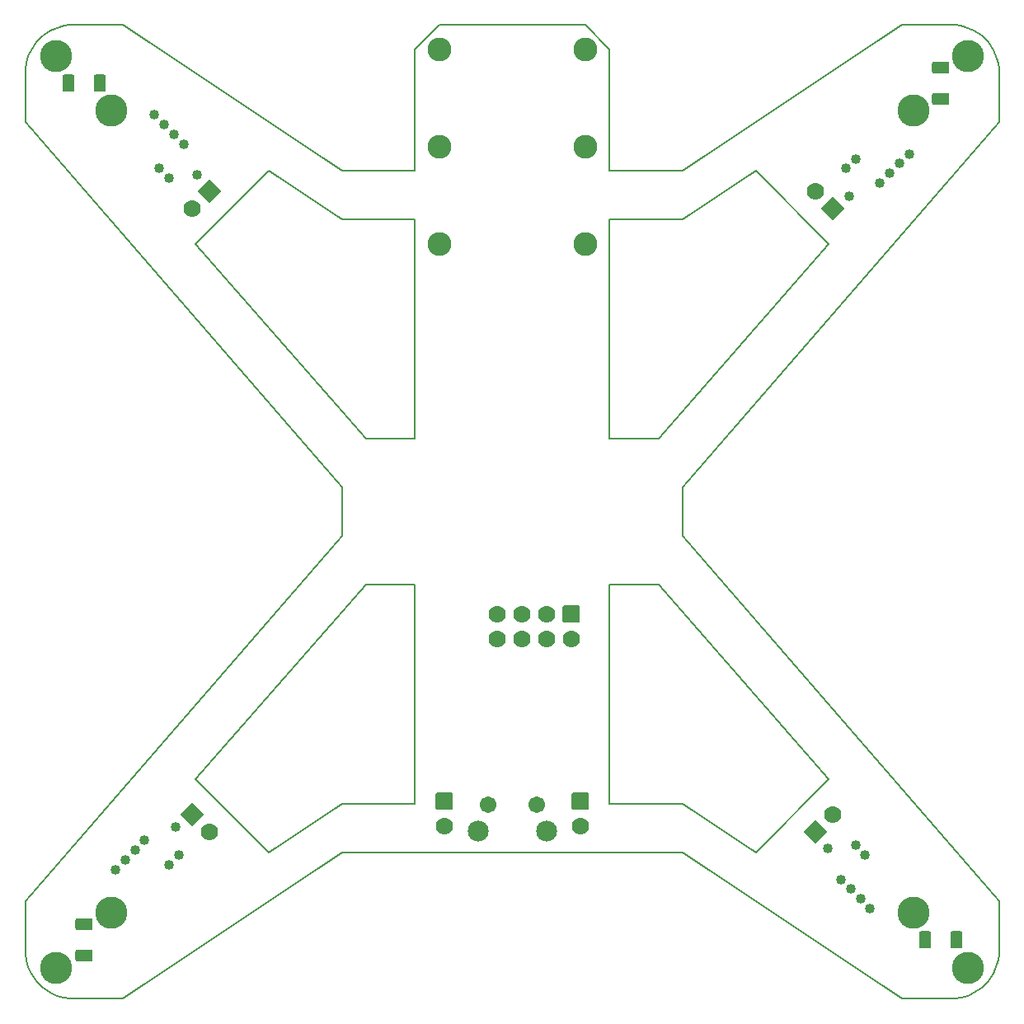
<source format=gbr>
G04 PROTEUS RS274X GERBER FILE*
%FSLAX45Y45*%
%MOMM*%
G01*
%ADD35C,1.016000*%
%ADD36C,3.302000*%
%AMPPAD051*
4,1,36,
-0.889000,0.444500,
-0.889000,-0.444500,
-0.886470,-0.470470,
-0.879200,-0.494480,
-0.867650,-0.516080,
-0.852290,-0.534790,
-0.833570,-0.550150,
-0.811980,-0.561700,
-0.787970,-0.568970,
-0.762000,-0.571500,
0.762000,-0.571500,
0.787970,-0.568970,
0.811980,-0.561700,
0.833570,-0.550150,
0.852290,-0.534790,
0.867650,-0.516080,
0.879200,-0.494480,
0.886470,-0.470470,
0.889000,-0.444500,
0.889000,0.444500,
0.886470,0.470470,
0.879200,0.494480,
0.867650,0.516080,
0.852290,0.534790,
0.833570,0.550150,
0.811980,0.561700,
0.787970,0.568970,
0.762000,0.571500,
-0.762000,0.571500,
-0.787970,0.568970,
-0.811980,0.561700,
-0.833570,0.550150,
-0.852290,0.534790,
-0.867650,0.516080,
-0.879200,0.494480,
-0.886470,0.470470,
-0.889000,0.444500,
0*%
%ADD57PPAD051*%
%AMPPAD052*
4,1,36,
-0.444500,-0.889000,
0.444500,-0.889000,
0.470470,-0.886470,
0.494480,-0.879200,
0.516080,-0.867650,
0.534790,-0.852290,
0.550150,-0.833570,
0.561700,-0.811980,
0.568970,-0.787970,
0.571500,-0.762000,
0.571500,0.762000,
0.568970,0.787970,
0.561700,0.811980,
0.550150,0.833570,
0.534790,0.852290,
0.516080,0.867650,
0.494480,0.879200,
0.470470,0.886470,
0.444500,0.889000,
-0.444500,0.889000,
-0.470470,0.886470,
-0.494480,0.879200,
-0.516080,0.867650,
-0.534790,0.852290,
-0.550150,0.833570,
-0.561700,0.811980,
-0.568970,0.787970,
-0.571500,0.762000,
-0.571500,-0.762000,
-0.568970,-0.787970,
-0.561700,-0.811980,
-0.550150,-0.833570,
-0.534790,-0.852290,
-0.516080,-0.867650,
-0.494480,-0.879200,
-0.470470,-0.886470,
-0.444500,-0.889000,
0*%
%ADD58PPAD052*%
%ADD43C,2.454000*%
%AMPPAD038*
4,1,36,
-1.167430,0.089800,
-0.089800,1.167430,
-0.069650,1.184010,
-0.047530,1.195840,
-0.024090,1.202950,
0.000000,1.205320,
0.024100,1.202940,
0.047530,1.195840,
0.069650,1.184010,
0.089800,1.167430,
1.167430,0.089800,
1.184010,0.069650,
1.195840,0.047530,
1.202940,0.024100,
1.205320,0.000000,
1.202950,-0.024090,
1.195840,-0.047530,
1.184010,-0.069650,
1.167430,-0.089800,
0.089800,-1.167430,
0.069650,-1.184010,
0.047530,-1.195840,
0.024090,-1.202950,
0.000000,-1.205320,
-0.024100,-1.202940,
-0.047530,-1.195840,
-0.069650,-1.184010,
-0.089800,-1.167430,
-1.167430,-0.089800,
-1.184010,-0.069650,
-1.195840,-0.047530,
-1.202940,-0.024100,
-1.205320,0.000000,
-1.202950,0.024090,
-1.195840,0.047530,
-1.184010,0.069650,
-1.167430,0.089800,
0*%
%ADD44PPAD038*%
%ADD45C,1.778000*%
%AMPPAD040*
4,1,36,
-0.089800,-1.167430,
-1.167430,-0.089800,
-1.184010,-0.069650,
-1.195840,-0.047530,
-1.202950,-0.024090,
-1.205320,0.000000,
-1.202940,0.024100,
-1.195840,0.047530,
-1.184010,0.069650,
-1.167430,0.089800,
-0.089800,1.167430,
-0.069650,1.184010,
-0.047530,1.195840,
-0.024100,1.202940,
0.000000,1.205320,
0.024090,1.202950,
0.047530,1.195840,
0.069650,1.184010,
0.089800,1.167430,
1.167430,0.089800,
1.184010,0.069650,
1.195840,0.047530,
1.202950,0.024090,
1.205320,0.000000,
1.202940,-0.024100,
1.195840,-0.047530,
1.184010,-0.069650,
1.167430,-0.089800,
0.089800,-1.167430,
0.069650,-1.184010,
0.047530,-1.195840,
0.024100,-1.202940,
0.000000,-1.205320,
-0.024090,-1.202950,
-0.047530,-1.195840,
-0.069650,-1.184010,
-0.089800,-1.167430,
0*%
%ADD46PPAD040*%
%ADD48C,1.704000*%
%ADD49C,2.154000*%
%AMPPAD046*
4,1,36,
-0.889000,0.762000,
-0.889000,-0.762000,
-0.886470,-0.787970,
-0.879200,-0.811980,
-0.867650,-0.833580,
-0.852290,-0.852290,
-0.833570,-0.867650,
-0.811980,-0.879200,
-0.787970,-0.886470,
-0.762000,-0.889000,
0.762000,-0.889000,
0.787970,-0.886470,
0.811980,-0.879200,
0.833570,-0.867650,
0.852290,-0.852290,
0.867650,-0.833580,
0.879200,-0.811980,
0.886470,-0.787970,
0.889000,-0.762000,
0.889000,0.762000,
0.886470,0.787970,
0.879200,0.811980,
0.867650,0.833580,
0.852290,0.852290,
0.833570,0.867650,
0.811980,0.879200,
0.787970,0.886470,
0.762000,0.889000,
-0.762000,0.889000,
-0.787970,0.886470,
-0.811980,0.879200,
-0.833570,0.867650,
-0.852290,0.852290,
-0.867650,0.833580,
-0.879200,0.811980,
-0.886470,0.787970,
-0.889000,0.762000,
0*%
%ADD52PPAD046*%
%AMPPAD050*
4,1,36,
0.889000,0.762000,
0.889000,-0.762000,
0.886470,-0.787970,
0.879200,-0.811980,
0.867650,-0.833580,
0.852290,-0.852290,
0.833570,-0.867650,
0.811980,-0.879200,
0.787970,-0.886470,
0.762000,-0.889000,
-0.762000,-0.889000,
-0.787970,-0.886470,
-0.811980,-0.879200,
-0.833570,-0.867650,
-0.852290,-0.852290,
-0.867650,-0.833580,
-0.879200,-0.811980,
-0.886470,-0.787970,
-0.889000,-0.762000,
-0.889000,0.762000,
-0.886470,0.787970,
-0.879200,0.811980,
-0.867650,0.833580,
-0.852290,0.852290,
-0.833570,0.867650,
-0.811980,0.879200,
-0.787970,0.886470,
-0.762000,0.889000,
0.762000,0.889000,
0.787970,0.886470,
0.811980,0.879200,
0.833570,0.867650,
0.852290,0.852290,
0.867650,0.833580,
0.879200,0.811980,
0.886470,0.787970,
0.889000,0.762000,
0*%
%ADD56PPAD050*%
%ADD73C,0.203200*%
D35*
X-3775434Y-3374566D03*
X-4075434Y-3674566D03*
X-3525434Y-3624566D03*
X-3425434Y-3524565D03*
X-3975434Y-3574566D03*
X-3461355Y-3238645D03*
X-3875434Y-3474566D03*
X+3374566Y-3775434D03*
X+3674566Y-4075434D03*
X+3624566Y-3525434D03*
X+3524565Y-3425434D03*
X+3574566Y-3975434D03*
X+3238645Y-3461355D03*
X+3474566Y-3875434D03*
X+3775434Y+3374566D03*
X+4075434Y+3674566D03*
X+3525434Y+3624566D03*
X+3425434Y+3524565D03*
X+3975434Y+3574566D03*
X+3461355Y+3238645D03*
X+3875434Y+3474566D03*
X-3374566Y+3775434D03*
X-3674566Y+4075434D03*
X-3624566Y+3525434D03*
X-3524565Y+3425434D03*
X-3574566Y+3975434D03*
X-3238645Y+3461355D03*
X-3474566Y+3875434D03*
D36*
X-4682843Y-4682843D03*
X-4117157Y-4117157D03*
D57*
X-4400000Y-4240000D03*
X-4400000Y-4560000D03*
D36*
X+4682843Y-4682843D03*
X+4117157Y-4117157D03*
D58*
X+4240000Y-4400000D03*
X+4560000Y-4400000D03*
D36*
X+4682843Y+4682843D03*
X+4117157Y+4117157D03*
D57*
X+4400000Y+4240000D03*
X+4400000Y+4560000D03*
D36*
X-4682843Y+4682843D03*
X-4117157Y+4117157D03*
D58*
X-4240000Y+4400000D03*
X-4560000Y+4400000D03*
D43*
X-750000Y+2750000D03*
X-750000Y+3750000D03*
X+750000Y+3750000D03*
X+750000Y+2750000D03*
X-750000Y+4750000D03*
X+750000Y+4750000D03*
D44*
X+3110197Y-3289803D03*
D45*
X+3289802Y-3110197D03*
D46*
X+3289802Y+3110197D03*
D45*
X+3110197Y+3289802D03*
D46*
X-3289802Y-3110198D03*
D45*
X-3110197Y-3289803D03*
D44*
X-3110197Y+3289803D03*
D45*
X-3289803Y+3110197D03*
D48*
X-250000Y-3012700D03*
X+250000Y-3012700D03*
D49*
X-350000Y-3282700D03*
X+350000Y-3282700D03*
D52*
X+700000Y-2973000D03*
D45*
X+700000Y-3227000D03*
D52*
X-700000Y-2973000D03*
D45*
X-700000Y-3227000D03*
D56*
X+603000Y-1052000D03*
D45*
X+603000Y-1306000D03*
X+349000Y-1052000D03*
X+349000Y-1306000D03*
X+95000Y-1052000D03*
X+95000Y-1306000D03*
X-159000Y-1052000D03*
X-159000Y-1306000D03*
D73*
X-4000000Y-5000000D02*
X-4500000Y-5000000D01*
X-4551964Y-4997475D01*
X-4602234Y-4990051D01*
X-4650581Y-4977959D01*
X-4696777Y-4961426D01*
X-4740593Y-4940681D01*
X-4781799Y-4915955D01*
X-4820168Y-4887474D01*
X-4855469Y-4855469D01*
X-4887474Y-4820168D01*
X-4915955Y-4781799D01*
X-4940682Y-4740593D01*
X-4961426Y-4696777D01*
X-4977959Y-4650581D01*
X-4990051Y-4602234D01*
X-4997475Y-4551964D01*
X-5000000Y-4500000D01*
X-5000000Y-4000000D01*
X-1750000Y-250000D01*
X-1750000Y+250000D01*
X-5000000Y+4000000D01*
X-5000000Y+4500000D01*
X-4997475Y+4551964D01*
X-4990051Y+4602234D01*
X-4977959Y+4650581D01*
X-4961426Y+4696777D01*
X-4940682Y+4740593D01*
X-4915955Y+4781799D01*
X-4887474Y+4820168D01*
X-4855469Y+4855469D01*
X-4820168Y+4887474D01*
X-4781799Y+4915955D01*
X-4740593Y+4940681D01*
X-4696777Y+4961426D01*
X-4650581Y+4977959D01*
X-4602234Y+4990051D01*
X-4551964Y+4997475D01*
X-4500000Y+5000000D01*
X-4000000Y+5000000D01*
X-1750000Y+3500000D01*
X-1000000Y+3500000D01*
X-1000000Y+4750000D01*
X-750000Y+5000000D01*
X+750000Y+5000000D01*
X+1000000Y+4750000D01*
X+1000000Y+3500000D01*
X+1750000Y+3500000D01*
X+4000000Y+5000000D01*
X+4500000Y+5000000D01*
X+4551964Y+4997475D01*
X+4602234Y+4990051D01*
X+4650581Y+4977959D01*
X+4696777Y+4961426D01*
X+4740593Y+4940681D01*
X+4781799Y+4915955D01*
X+4820168Y+4887474D01*
X+4855469Y+4855469D01*
X+4887474Y+4820168D01*
X+4915955Y+4781799D01*
X+4940682Y+4740593D01*
X+4961426Y+4696777D01*
X+4977959Y+4650581D01*
X+4990051Y+4602234D01*
X+4997475Y+4551964D01*
X+5000000Y+4500000D01*
X+5000000Y+4000000D01*
X+1750000Y+250000D01*
X+1750000Y-250000D01*
X+5000000Y-4000000D01*
X+5000000Y-4500000D01*
X+4997475Y-4551964D01*
X+4990051Y-4602234D01*
X+4977959Y-4650581D01*
X+4961426Y-4696777D01*
X+4940682Y-4740593D01*
X+4915955Y-4781799D01*
X+4887474Y-4820168D01*
X+4855469Y-4855469D01*
X+4820168Y-4887474D01*
X+4781799Y-4915955D01*
X+4740593Y-4940681D01*
X+4696777Y-4961426D01*
X+4650581Y-4977959D01*
X+4602234Y-4990051D01*
X+4551964Y-4997475D01*
X+4500000Y-5000000D01*
X+4000000Y-5000000D01*
X+1750000Y-3500000D01*
X-1750000Y-3500000D01*
X-4000000Y-5000000D01*
X-3250000Y-2750000D02*
X-2500000Y-3500000D01*
X-1750000Y-3000000D01*
X-1000000Y-3000000D01*
X-1000000Y-750000D01*
X-1500000Y-750000D01*
X-3250000Y-2750000D01*
X+3250000Y-2750000D02*
X+2500000Y-3500000D01*
X+1750000Y-3000000D01*
X+1000000Y-3000000D01*
X+1000000Y-750000D01*
X+1500000Y-750000D01*
X+3250000Y-2750000D01*
X+3250000Y+2750000D02*
X+2500000Y+3500000D01*
X+1750000Y+3000000D01*
X+1000000Y+3000000D01*
X+1000000Y+750000D01*
X+1500000Y+750000D01*
X+3250000Y+2750000D01*
X-3250000Y+2750000D02*
X-2500000Y+3500000D01*
X-1750000Y+3000000D01*
X-1000000Y+3000000D01*
X-1000000Y+750000D01*
X-1500000Y+750000D01*
X-3250000Y+2750000D01*
M02*

</source>
